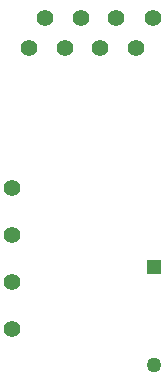
<source format=gbs>
%TF.GenerationSoftware,KiCad,Pcbnew,(6.0.7)*%
%TF.CreationDate,2023-02-07T15:13:14-05:00*%
%TF.ProjectId,DCA_USMR_Sens,4443415f-5553-44d5-925f-53656e732e6b,v1.1*%
%TF.SameCoordinates,Original*%
%TF.FileFunction,Soldermask,Bot*%
%TF.FilePolarity,Negative*%
%FSLAX46Y46*%
G04 Gerber Fmt 4.6, Leading zero omitted, Abs format (unit mm)*
G04 Created by KiCad (PCBNEW (6.0.7)) date 2023-02-07 15:13:14*
%MOMM*%
%LPD*%
G01*
G04 APERTURE LIST*
%ADD10C,1.400000*%
%ADD11C,1.268000*%
%ADD12R,1.268000X1.268000*%
G04 APERTURE END LIST*
D10*
%TO.C,H1*%
X220880000Y-142114167D03*
%TD*%
%TO.C,H2*%
X220880000Y-138134167D03*
%TD*%
%TO.C,H7*%
X231381112Y-118351389D03*
%TD*%
%TO.C,H9*%
X222342778Y-118351389D03*
%TD*%
%TO.C,H10*%
X223696111Y-115741389D03*
%TD*%
%TO.C,H8*%
X232767778Y-115741389D03*
%TD*%
%TO.C,H3*%
X220880000Y-134154167D03*
%TD*%
%TO.C,H11*%
X225355556Y-118351389D03*
%TD*%
%TO.C,H6*%
X229693889Y-115741389D03*
%TD*%
D11*
%TO.C,D1*%
X232910000Y-145192167D03*
D12*
X232910000Y-136839167D03*
%TD*%
D10*
%TO.C,H5*%
X228318334Y-118351389D03*
%TD*%
%TO.C,H4*%
X220880000Y-130174167D03*
%TD*%
%TO.C,H12*%
X226720000Y-115741389D03*
%TD*%
M02*

</source>
